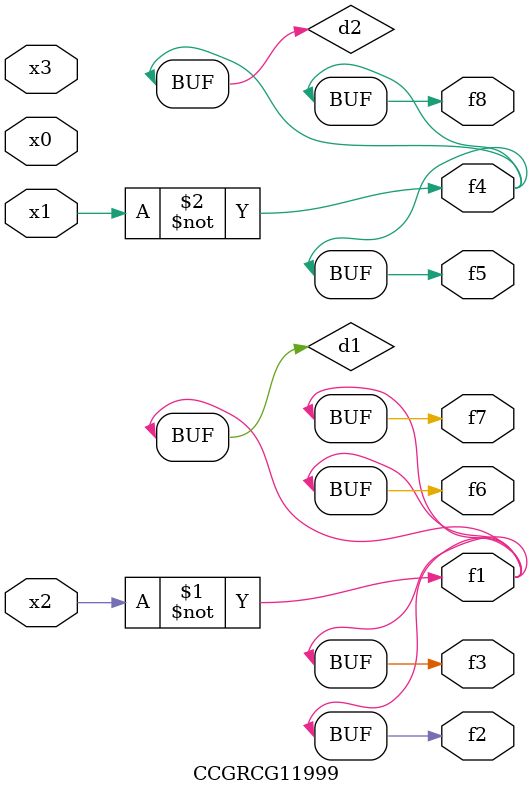
<source format=v>
module CCGRCG11999(
	input x0, x1, x2, x3,
	output f1, f2, f3, f4, f5, f6, f7, f8
);

	wire d1, d2;

	xnor (d1, x2);
	not (d2, x1);
	assign f1 = d1;
	assign f2 = d1;
	assign f3 = d1;
	assign f4 = d2;
	assign f5 = d2;
	assign f6 = d1;
	assign f7 = d1;
	assign f8 = d2;
endmodule

</source>
